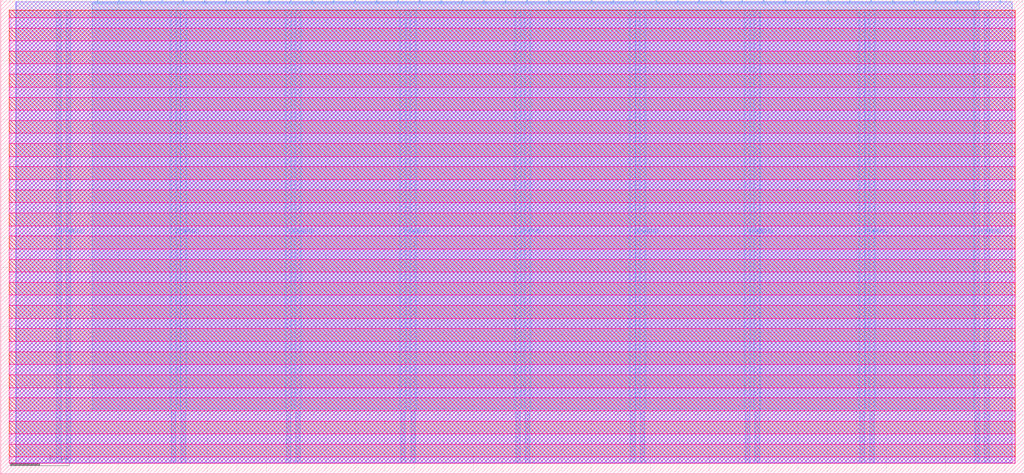
<source format=lef>
VERSION 5.7 ;
  NOWIREEXTENSIONATPIN ON ;
  DIVIDERCHAR "/" ;
  BUSBITCHARS "[]" ;
MACRO tt_um_wokwi_442081253563458561
  CLASS BLOCK ;
  FOREIGN tt_um_wokwi_442081253563458561 ;
  ORIGIN 0.000 0.000 ;
  SIZE 346.640 BY 160.720 ;
  PIN VGND
    DIRECTION INOUT ;
    USE GROUND ;
    PORT
      LAYER Metal4 ;
        RECT 22.180 3.620 23.780 157.100 ;
    END
    PORT
      LAYER Metal4 ;
        RECT 61.050 3.620 62.650 157.100 ;
    END
    PORT
      LAYER Metal4 ;
        RECT 99.920 3.620 101.520 157.100 ;
    END
    PORT
      LAYER Metal4 ;
        RECT 138.790 3.620 140.390 157.100 ;
    END
    PORT
      LAYER Metal4 ;
        RECT 177.660 3.620 179.260 157.100 ;
    END
    PORT
      LAYER Metal4 ;
        RECT 216.530 3.620 218.130 157.100 ;
    END
    PORT
      LAYER Metal4 ;
        RECT 255.400 3.620 257.000 157.100 ;
    END
    PORT
      LAYER Metal4 ;
        RECT 294.270 3.620 295.870 157.100 ;
    END
    PORT
      LAYER Metal4 ;
        RECT 333.140 3.620 334.740 157.100 ;
    END
  END VGND
  PIN VPWR
    DIRECTION INOUT ;
    USE POWER ;
    PORT
      LAYER Metal4 ;
        RECT 18.880 3.620 20.480 157.100 ;
    END
    PORT
      LAYER Metal4 ;
        RECT 57.750 3.620 59.350 157.100 ;
    END
    PORT
      LAYER Metal4 ;
        RECT 96.620 3.620 98.220 157.100 ;
    END
    PORT
      LAYER Metal4 ;
        RECT 135.490 3.620 137.090 157.100 ;
    END
    PORT
      LAYER Metal4 ;
        RECT 174.360 3.620 175.960 157.100 ;
    END
    PORT
      LAYER Metal4 ;
        RECT 213.230 3.620 214.830 157.100 ;
    END
    PORT
      LAYER Metal4 ;
        RECT 252.100 3.620 253.700 157.100 ;
    END
    PORT
      LAYER Metal4 ;
        RECT 290.970 3.620 292.570 157.100 ;
    END
    PORT
      LAYER Metal4 ;
        RECT 329.840 3.620 331.440 157.100 ;
    END
  END VPWR
  PIN clk
    DIRECTION INPUT ;
    USE SIGNAL ;
    ANTENNAGATEAREA 4.738000 ;
    PORT
      LAYER Metal4 ;
        RECT 331.090 159.720 331.390 160.720 ;
    END
  END clk
  PIN ena
    DIRECTION INPUT ;
    USE SIGNAL ;
    PORT
      LAYER Metal4 ;
        RECT 338.370 159.720 338.670 160.720 ;
    END
  END ena
  PIN rst_n
    DIRECTION INPUT ;
    USE SIGNAL ;
    ANTENNAGATEAREA 0.396000 ;
    PORT
      LAYER Metal4 ;
        RECT 323.810 159.720 324.110 160.720 ;
    END
  END rst_n
  PIN ui_in[0]
    DIRECTION INPUT ;
    USE SIGNAL ;
    ANTENNAGATEAREA 0.726000 ;
    PORT
      LAYER Metal4 ;
        RECT 316.530 159.720 316.830 160.720 ;
    END
  END ui_in[0]
  PIN ui_in[1]
    DIRECTION INPUT ;
    USE SIGNAL ;
    ANTENNAGATEAREA 0.498500 ;
    PORT
      LAYER Metal4 ;
        RECT 309.250 159.720 309.550 160.720 ;
    END
  END ui_in[1]
  PIN ui_in[2]
    DIRECTION INPUT ;
    USE SIGNAL ;
    ANTENNAGATEAREA 0.396000 ;
    PORT
      LAYER Metal4 ;
        RECT 301.970 159.720 302.270 160.720 ;
    END
  END ui_in[2]
  PIN ui_in[3]
    DIRECTION INPUT ;
    USE SIGNAL ;
    ANTENNAGATEAREA 0.396000 ;
    PORT
      LAYER Metal4 ;
        RECT 294.690 159.720 294.990 160.720 ;
    END
  END ui_in[3]
  PIN ui_in[4]
    DIRECTION INPUT ;
    USE SIGNAL ;
    ANTENNAGATEAREA 0.396000 ;
    PORT
      LAYER Metal4 ;
        RECT 287.410 159.720 287.710 160.720 ;
    END
  END ui_in[4]
  PIN ui_in[5]
    DIRECTION INPUT ;
    USE SIGNAL ;
    ANTENNAGATEAREA 0.396000 ;
    PORT
      LAYER Metal4 ;
        RECT 280.130 159.720 280.430 160.720 ;
    END
  END ui_in[5]
  PIN ui_in[6]
    DIRECTION INPUT ;
    USE SIGNAL ;
    ANTENNAGATEAREA 0.396000 ;
    PORT
      LAYER Metal4 ;
        RECT 272.850 159.720 273.150 160.720 ;
    END
  END ui_in[6]
  PIN ui_in[7]
    DIRECTION INPUT ;
    USE SIGNAL ;
    ANTENNAGATEAREA 0.396000 ;
    PORT
      LAYER Metal4 ;
        RECT 265.570 159.720 265.870 160.720 ;
    END
  END ui_in[7]
  PIN uio_in[0]
    DIRECTION INPUT ;
    USE SIGNAL ;
    ANTENNAGATEAREA 0.396000 ;
    PORT
      LAYER Metal4 ;
        RECT 258.290 159.720 258.590 160.720 ;
    END
  END uio_in[0]
  PIN uio_in[1]
    DIRECTION INPUT ;
    USE SIGNAL ;
    ANTENNAGATEAREA 0.396000 ;
    PORT
      LAYER Metal4 ;
        RECT 251.010 159.720 251.310 160.720 ;
    END
  END uio_in[1]
  PIN uio_in[2]
    DIRECTION INPUT ;
    USE SIGNAL ;
    ANTENNAGATEAREA 0.396000 ;
    PORT
      LAYER Metal4 ;
        RECT 243.730 159.720 244.030 160.720 ;
    END
  END uio_in[2]
  PIN uio_in[3]
    DIRECTION INPUT ;
    USE SIGNAL ;
    PORT
      LAYER Metal4 ;
        RECT 236.450 159.720 236.750 160.720 ;
    END
  END uio_in[3]
  PIN uio_in[4]
    DIRECTION INPUT ;
    USE SIGNAL ;
    PORT
      LAYER Metal4 ;
        RECT 229.170 159.720 229.470 160.720 ;
    END
  END uio_in[4]
  PIN uio_in[5]
    DIRECTION INPUT ;
    USE SIGNAL ;
    PORT
      LAYER Metal4 ;
        RECT 221.890 159.720 222.190 160.720 ;
    END
  END uio_in[5]
  PIN uio_in[6]
    DIRECTION INPUT ;
    USE SIGNAL ;
    PORT
      LAYER Metal4 ;
        RECT 214.610 159.720 214.910 160.720 ;
    END
  END uio_in[6]
  PIN uio_in[7]
    DIRECTION INPUT ;
    USE SIGNAL ;
    PORT
      LAYER Metal4 ;
        RECT 207.330 159.720 207.630 160.720 ;
    END
  END uio_in[7]
  PIN uio_oe[0]
    DIRECTION OUTPUT ;
    USE SIGNAL ;
    ANTENNADIFFAREA 0.360800 ;
    PORT
      LAYER Metal4 ;
        RECT 83.570 159.720 83.870 160.720 ;
    END
  END uio_oe[0]
  PIN uio_oe[1]
    DIRECTION OUTPUT ;
    USE SIGNAL ;
    ANTENNADIFFAREA 0.360800 ;
    PORT
      LAYER Metal4 ;
        RECT 76.290 159.720 76.590 160.720 ;
    END
  END uio_oe[1]
  PIN uio_oe[2]
    DIRECTION OUTPUT ;
    USE SIGNAL ;
    ANTENNADIFFAREA 0.360800 ;
    PORT
      LAYER Metal4 ;
        RECT 69.010 159.720 69.310 160.720 ;
    END
  END uio_oe[2]
  PIN uio_oe[3]
    DIRECTION OUTPUT ;
    USE SIGNAL ;
    ANTENNADIFFAREA 0.536800 ;
    PORT
      LAYER Metal4 ;
        RECT 61.730 159.720 62.030 160.720 ;
    END
  END uio_oe[3]
  PIN uio_oe[4]
    DIRECTION OUTPUT ;
    USE SIGNAL ;
    ANTENNADIFFAREA 0.536800 ;
    PORT
      LAYER Metal4 ;
        RECT 54.450 159.720 54.750 160.720 ;
    END
  END uio_oe[4]
  PIN uio_oe[5]
    DIRECTION OUTPUT ;
    USE SIGNAL ;
    ANTENNADIFFAREA 0.536800 ;
    PORT
      LAYER Metal4 ;
        RECT 47.170 159.720 47.470 160.720 ;
    END
  END uio_oe[5]
  PIN uio_oe[6]
    DIRECTION OUTPUT ;
    USE SIGNAL ;
    ANTENNADIFFAREA 0.536800 ;
    PORT
      LAYER Metal4 ;
        RECT 39.890 159.720 40.190 160.720 ;
    END
  END uio_oe[6]
  PIN uio_oe[7]
    DIRECTION OUTPUT ;
    USE SIGNAL ;
    ANTENNADIFFAREA 0.536800 ;
    PORT
      LAYER Metal4 ;
        RECT 32.610 159.720 32.910 160.720 ;
    END
  END uio_oe[7]
  PIN uio_out[0]
    DIRECTION OUTPUT ;
    USE SIGNAL ;
    ANTENNADIFFAREA 0.360800 ;
    PORT
      LAYER Metal4 ;
        RECT 141.810 159.720 142.110 160.720 ;
    END
  END uio_out[0]
  PIN uio_out[1]
    DIRECTION OUTPUT ;
    USE SIGNAL ;
    ANTENNADIFFAREA 0.360800 ;
    PORT
      LAYER Metal4 ;
        RECT 134.530 159.720 134.830 160.720 ;
    END
  END uio_out[1]
  PIN uio_out[2]
    DIRECTION OUTPUT ;
    USE SIGNAL ;
    ANTENNADIFFAREA 0.360800 ;
    PORT
      LAYER Metal4 ;
        RECT 127.250 159.720 127.550 160.720 ;
    END
  END uio_out[2]
  PIN uio_out[3]
    DIRECTION OUTPUT ;
    USE SIGNAL ;
    ANTENNADIFFAREA 1.986000 ;
    PORT
      LAYER Metal4 ;
        RECT 119.970 159.720 120.270 160.720 ;
    END
  END uio_out[3]
  PIN uio_out[4]
    DIRECTION OUTPUT ;
    USE SIGNAL ;
    ANTENNADIFFAREA 1.986000 ;
    PORT
      LAYER Metal4 ;
        RECT 112.690 159.720 112.990 160.720 ;
    END
  END uio_out[4]
  PIN uio_out[5]
    DIRECTION OUTPUT ;
    USE SIGNAL ;
    ANTENNADIFFAREA 1.986000 ;
    PORT
      LAYER Metal4 ;
        RECT 105.410 159.720 105.710 160.720 ;
    END
  END uio_out[5]
  PIN uio_out[6]
    DIRECTION OUTPUT ;
    USE SIGNAL ;
    ANTENNADIFFAREA 1.986000 ;
    PORT
      LAYER Metal4 ;
        RECT 98.130 159.720 98.430 160.720 ;
    END
  END uio_out[6]
  PIN uio_out[7]
    DIRECTION OUTPUT ;
    USE SIGNAL ;
    ANTENNADIFFAREA 1.986000 ;
    PORT
      LAYER Metal4 ;
        RECT 90.850 159.720 91.150 160.720 ;
    END
  END uio_out[7]
  PIN uo_out[0]
    DIRECTION OUTPUT ;
    USE SIGNAL ;
    ANTENNADIFFAREA 1.986000 ;
    PORT
      LAYER Metal4 ;
        RECT 200.050 159.720 200.350 160.720 ;
    END
  END uo_out[0]
  PIN uo_out[1]
    DIRECTION OUTPUT ;
    USE SIGNAL ;
    ANTENNADIFFAREA 1.986000 ;
    PORT
      LAYER Metal4 ;
        RECT 192.770 159.720 193.070 160.720 ;
    END
  END uo_out[1]
  PIN uo_out[2]
    DIRECTION OUTPUT ;
    USE SIGNAL ;
    ANTENNADIFFAREA 1.986000 ;
    PORT
      LAYER Metal4 ;
        RECT 185.490 159.720 185.790 160.720 ;
    END
  END uo_out[2]
  PIN uo_out[3]
    DIRECTION OUTPUT ;
    USE SIGNAL ;
    ANTENNADIFFAREA 1.986000 ;
    PORT
      LAYER Metal4 ;
        RECT 178.210 159.720 178.510 160.720 ;
    END
  END uo_out[3]
  PIN uo_out[4]
    DIRECTION OUTPUT ;
    USE SIGNAL ;
    ANTENNADIFFAREA 1.986000 ;
    PORT
      LAYER Metal4 ;
        RECT 170.930 159.720 171.230 160.720 ;
    END
  END uo_out[4]
  PIN uo_out[5]
    DIRECTION OUTPUT ;
    USE SIGNAL ;
    ANTENNADIFFAREA 1.986000 ;
    PORT
      LAYER Metal4 ;
        RECT 163.650 159.720 163.950 160.720 ;
    END
  END uo_out[5]
  PIN uo_out[6]
    DIRECTION OUTPUT ;
    USE SIGNAL ;
    ANTENNADIFFAREA 1.986000 ;
    PORT
      LAYER Metal4 ;
        RECT 156.370 159.720 156.670 160.720 ;
    END
  END uo_out[6]
  PIN uo_out[7]
    DIRECTION OUTPUT ;
    USE SIGNAL ;
    ANTENNADIFFAREA 2.365600 ;
    PORT
      LAYER Metal4 ;
        RECT 149.090 159.720 149.390 160.720 ;
    END
  END uo_out[7]
  OBS
      LAYER Nwell ;
        RECT 2.930 154.640 343.710 157.230 ;
      LAYER Pwell ;
        RECT 2.930 151.120 343.710 154.640 ;
      LAYER Nwell ;
        RECT 2.930 146.800 343.710 151.120 ;
      LAYER Pwell ;
        RECT 2.930 143.280 343.710 146.800 ;
      LAYER Nwell ;
        RECT 2.930 138.960 343.710 143.280 ;
      LAYER Pwell ;
        RECT 2.930 135.440 343.710 138.960 ;
      LAYER Nwell ;
        RECT 2.930 131.120 343.710 135.440 ;
      LAYER Pwell ;
        RECT 2.930 127.600 343.710 131.120 ;
      LAYER Nwell ;
        RECT 2.930 123.280 343.710 127.600 ;
      LAYER Pwell ;
        RECT 2.930 119.760 343.710 123.280 ;
      LAYER Nwell ;
        RECT 2.930 115.440 343.710 119.760 ;
      LAYER Pwell ;
        RECT 2.930 111.920 343.710 115.440 ;
      LAYER Nwell ;
        RECT 2.930 107.600 343.710 111.920 ;
      LAYER Pwell ;
        RECT 2.930 104.080 343.710 107.600 ;
      LAYER Nwell ;
        RECT 2.930 99.760 343.710 104.080 ;
      LAYER Pwell ;
        RECT 2.930 96.240 343.710 99.760 ;
      LAYER Nwell ;
        RECT 2.930 91.920 343.710 96.240 ;
      LAYER Pwell ;
        RECT 2.930 88.400 343.710 91.920 ;
      LAYER Nwell ;
        RECT 2.930 84.080 343.710 88.400 ;
      LAYER Pwell ;
        RECT 2.930 80.560 343.710 84.080 ;
      LAYER Nwell ;
        RECT 2.930 76.240 343.710 80.560 ;
      LAYER Pwell ;
        RECT 2.930 72.720 343.710 76.240 ;
      LAYER Nwell ;
        RECT 2.930 68.400 343.710 72.720 ;
      LAYER Pwell ;
        RECT 2.930 64.880 343.710 68.400 ;
      LAYER Nwell ;
        RECT 2.930 60.560 343.710 64.880 ;
      LAYER Pwell ;
        RECT 2.930 57.040 343.710 60.560 ;
      LAYER Nwell ;
        RECT 2.930 52.720 343.710 57.040 ;
      LAYER Pwell ;
        RECT 2.930 49.200 343.710 52.720 ;
      LAYER Nwell ;
        RECT 2.930 44.880 343.710 49.200 ;
      LAYER Pwell ;
        RECT 2.930 41.360 343.710 44.880 ;
      LAYER Nwell ;
        RECT 2.930 37.040 343.710 41.360 ;
      LAYER Pwell ;
        RECT 2.930 33.520 343.710 37.040 ;
      LAYER Nwell ;
        RECT 2.930 29.200 343.710 33.520 ;
      LAYER Pwell ;
        RECT 2.930 25.680 343.710 29.200 ;
      LAYER Nwell ;
        RECT 2.930 21.360 343.710 25.680 ;
      LAYER Pwell ;
        RECT 2.930 17.840 343.710 21.360 ;
      LAYER Nwell ;
        RECT 2.930 13.520 343.710 17.840 ;
      LAYER Pwell ;
        RECT 2.930 10.000 343.710 13.520 ;
      LAYER Nwell ;
        RECT 2.930 5.680 343.710 10.000 ;
      LAYER Pwell ;
        RECT 2.930 3.490 343.710 5.680 ;
      LAYER Metal1 ;
        RECT 3.360 3.620 343.280 157.100 ;
      LAYER Metal2 ;
        RECT 5.180 3.730 342.580 160.070 ;
      LAYER Metal3 ;
        RECT 5.130 3.780 342.630 160.020 ;
      LAYER Metal4 ;
        RECT 30.940 159.420 32.310 159.890 ;
        RECT 33.210 159.420 39.590 159.890 ;
        RECT 40.490 159.420 46.870 159.890 ;
        RECT 47.770 159.420 54.150 159.890 ;
        RECT 55.050 159.420 61.430 159.890 ;
        RECT 62.330 159.420 68.710 159.890 ;
        RECT 69.610 159.420 75.990 159.890 ;
        RECT 76.890 159.420 83.270 159.890 ;
        RECT 84.170 159.420 90.550 159.890 ;
        RECT 91.450 159.420 97.830 159.890 ;
        RECT 98.730 159.420 105.110 159.890 ;
        RECT 106.010 159.420 112.390 159.890 ;
        RECT 113.290 159.420 119.670 159.890 ;
        RECT 120.570 159.420 126.950 159.890 ;
        RECT 127.850 159.420 134.230 159.890 ;
        RECT 135.130 159.420 141.510 159.890 ;
        RECT 142.410 159.420 148.790 159.890 ;
        RECT 149.690 159.420 156.070 159.890 ;
        RECT 156.970 159.420 163.350 159.890 ;
        RECT 164.250 159.420 170.630 159.890 ;
        RECT 171.530 159.420 177.910 159.890 ;
        RECT 178.810 159.420 185.190 159.890 ;
        RECT 186.090 159.420 192.470 159.890 ;
        RECT 193.370 159.420 199.750 159.890 ;
        RECT 200.650 159.420 207.030 159.890 ;
        RECT 207.930 159.420 214.310 159.890 ;
        RECT 215.210 159.420 221.590 159.890 ;
        RECT 222.490 159.420 228.870 159.890 ;
        RECT 229.770 159.420 236.150 159.890 ;
        RECT 237.050 159.420 243.430 159.890 ;
        RECT 244.330 159.420 250.710 159.890 ;
        RECT 251.610 159.420 257.990 159.890 ;
        RECT 258.890 159.420 265.270 159.890 ;
        RECT 266.170 159.420 272.550 159.890 ;
        RECT 273.450 159.420 279.830 159.890 ;
        RECT 280.730 159.420 287.110 159.890 ;
        RECT 288.010 159.420 294.390 159.890 ;
        RECT 295.290 159.420 301.670 159.890 ;
        RECT 302.570 159.420 308.950 159.890 ;
        RECT 309.850 159.420 316.230 159.890 ;
        RECT 317.130 159.420 323.510 159.890 ;
        RECT 324.410 159.420 330.790 159.890 ;
        RECT 30.940 157.400 331.380 159.420 ;
        RECT 30.940 21.930 57.450 157.400 ;
        RECT 59.650 21.930 60.750 157.400 ;
        RECT 62.950 21.930 96.320 157.400 ;
        RECT 98.520 21.930 99.620 157.400 ;
        RECT 101.820 21.930 135.190 157.400 ;
        RECT 137.390 21.930 138.490 157.400 ;
        RECT 140.690 21.930 174.060 157.400 ;
        RECT 176.260 21.930 177.360 157.400 ;
        RECT 179.560 21.930 212.930 157.400 ;
        RECT 215.130 21.930 216.230 157.400 ;
        RECT 218.430 21.930 251.800 157.400 ;
        RECT 254.000 21.930 255.100 157.400 ;
        RECT 257.300 21.930 290.670 157.400 ;
        RECT 292.870 21.930 293.970 157.400 ;
        RECT 296.170 21.930 329.540 157.400 ;
  END
END tt_um_wokwi_442081253563458561
END LIBRARY


</source>
